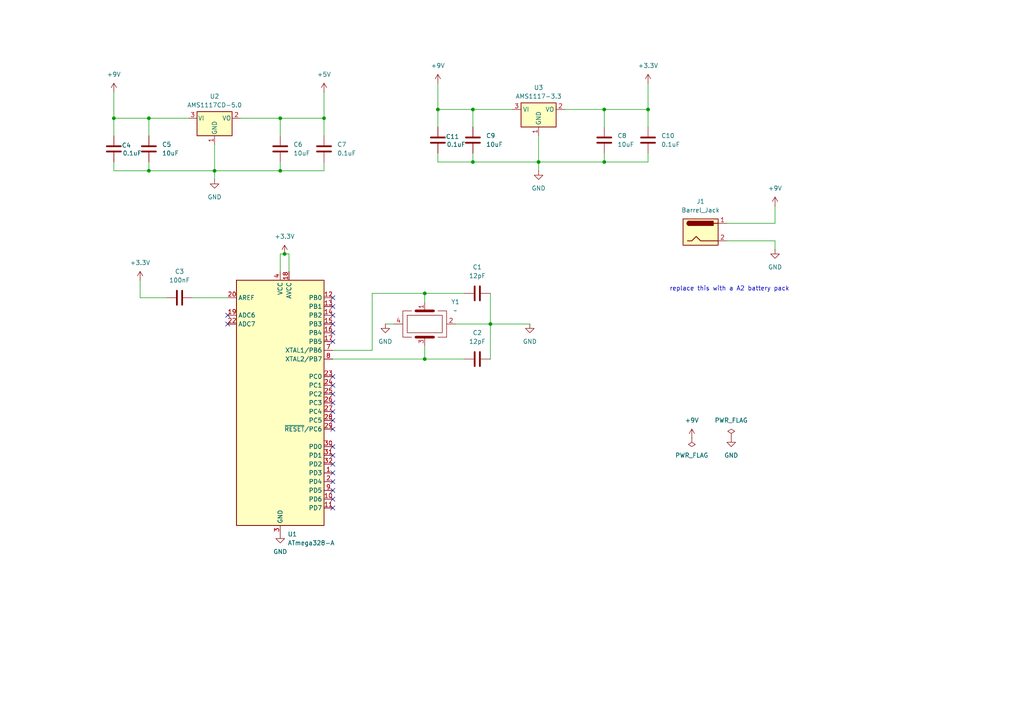
<source format=kicad_sch>
(kicad_sch (version 20250114) (generator "eeschema") (generator_version "9.0")
  (paper "A4")
  (lib_symbols
    (symbol "Connector:Barrel_Jack" (pin_names (offset 1.016))
      (property "Reference" "J" (at 0 5.334 0))
      (property "Value" "Barrel_Jack" (at 0 -5.08 0))
      (symbol "Barrel_Jack_0_1"
        (rectangle (start -5.08 3.81) (end 5.08 -3.81) (stroke (width 0.254)) (fill (type background)))
        (polyline (pts (xy -3.81 -2.54) (xy -2.54 -2.54) (xy -1.27 -1.27) (xy 0 -2.54) (xy 2.54 -2.54) (xy 5.08 -2.54)) (stroke (width 0.254)))
        (arc (start -3.302 1.905) (mid -3.9343 2.54) (end -3.302 3.175) (stroke (width 0.254)))
        (arc (start -3.302 1.905) (mid -3.9343 2.54) (end -3.302 3.175) (stroke (width 0.254)) (fill (type outline)))
        (rectangle (start 3.683 3.175) (end -3.302 1.905) (stroke (width 0.254)) (fill (type outline)))
        (polyline (pts (xy 5.08 2.54) (xy 3.81 2.54)) (stroke (width 0.254)))
      )
      (symbol "Barrel_Jack_1_1"
        (pin passive line (at 7.62 2.54 180) (length 2.54) (name "~") (number "1"))
        (pin passive line (at 7.62 -2.54 180) (length 2.54) (name "~") (number "2"))
      )
    )
    (symbol "Device:C" (pin_numbers (hide yes)) (pin_names (offset 0.254))
      (property "Reference" "C" (at 0.635 2.54 0))
      (property "Value" "C" (at 0.635 -2.54 0))
      (symbol "C_0_1"
        (polyline (pts (xy -2.032 0.762) (xy 2.032 0.762)) (stroke (width 0.508)))
        (polyline (pts (xy -2.032 -0.762) (xy 2.032 -0.762)) (stroke (width 0.508)))
      )
      (symbol "C_1_1"
        (pin passive line (at 0 3.81 270) (length 2.794) (name "~") (number "1"))
        (pin passive line (at 0 -3.81 90) (length 2.794) (name "~") (number "2"))
      )
    )
    (symbol "MCU_Microchip_ATmega:ATmega328-A"
      (property "Reference" "U" (at -12.7 36.83 0))
      (property "Value" "ATmega328-A" (at 2.54 -36.83 0))
      (symbol "ATmega328-A_0_1"
        (rectangle (start -12.7 -35.56) (end 12.7 35.56) (stroke (width 0.254)) (fill (type background)))
      )
      (symbol "ATmega328-A_1_1"
        (pin passive line (at -15.24 30.48 0) (length 2.54) (name "AREF") (number "20"))
        (pin input line (at -15.24 25.4 0) (length 2.54) (name "ADC6") (number "19"))
        (pin input line (at -15.24 22.86 0) (length 2.54) (name "ADC7") (number "22"))
        (pin power_in line (at 0 38.1 270) (length 2.54) (name "VCC") (number "4"))
        (pin passive line (at 0 38.1 270) (length 2.54) (hide yes) (name "VCC") (number "6"))
        (pin passive line (at 0 -38.1 90) (length 2.54) (hide yes) (name "GND") (number "21"))
        (pin power_in line (at 0 -38.1 90) (length 2.54) (name "GND") (number "3"))
        (pin passive line (at 0 -38.1 90) (length 2.54) (hide yes) (name "GND") (number "5"))
        (pin power_in line (at 2.54 38.1 270) (length 2.54) (name "AVCC") (number "18"))
        (pin bidirectional line (at 15.24 30.48 180) (length 2.54) (name "PB0") (number "12"))
        (pin bidirectional line (at 15.24 27.94 180) (length 2.54) (name "PB1") (number "13"))
        (pin bidirectional line (at 15.24 25.4 180) (length 2.54) (name "PB2") (number "14"))
        (pin bidirectional line (at 15.24 22.86 180) (length 2.54) (name "PB3") (number "15"))
        (pin bidirectional line (at 15.24 20.32 180) (length 2.54) (name "PB4") (number "16"))
        (pin bidirectional line (at 15.24 17.78 180) (length 2.54) (name "PB5") (number "17"))
        (pin bidirectional line (at 15.24 15.24 180) (length 2.54) (name "XTAL1/PB6") (number "7"))
        (pin bidirectional line (at 15.24 12.7 180) (length 2.54) (name "XTAL2/PB7") (number "8"))
        (pin bidirectional line (at 15.24 7.62 180) (length 2.54) (name "PC0") (number "23"))
        (pin bidirectional line (at 15.24 5.08 180) (length 2.54) (name "PC1") (number "24"))
        (pin bidirectional line (at 15.24 2.54 180) (length 2.54) (name "PC2") (number "25"))
        (pin bidirectional line (at 15.24 0 180) (length 2.54) (name "PC3") (number "26"))
        (pin bidirectional line (at 15.24 -2.54 180) (length 2.54) (name "PC4") (number "27"))
        (pin bidirectional line (at 15.24 -5.08 180) (length 2.54) (name "PC5") (number "28"))
        (pin bidirectional line (at 15.24 -7.62 180) (length 2.54) (name "~{RESET}/PC6") (number "29"))
        (pin bidirectional line (at 15.24 -12.7 180) (length 2.54) (name "PD0") (number "30"))
        (pin bidirectional line (at 15.24 -15.24 180) (length 2.54) (name "PD1") (number "31"))
        (pin bidirectional line (at 15.24 -17.78 180) (length 2.54) (name "PD2") (number "32"))
        (pin bidirectional line (at 15.24 -20.32 180) (length 2.54) (name "PD3") (number "1"))
        (pin bidirectional line (at 15.24 -22.86 180) (length 2.54) (name "PD4") (number "2"))
        (pin bidirectional line (at 15.24 -25.4 180) (length 2.54) (name "PD5") (number "9"))
        (pin bidirectional line (at 15.24 -27.94 180) (length 2.54) (name "PD6") (number "10"))
        (pin bidirectional line (at 15.24 -30.48 180) (length 2.54) (name "PD7") (number "11"))
      )
    )
    (symbol "Regulator_Linear:AMS1117-3.3"
      (property "Reference" "U" (at -3.81 3.175 0))
      (property "Value" "AMS1117-3.3" (at 0 3.175 0))
      (symbol "AMS1117-3.3_0_1"
        (rectangle (start -5.08 -5.08) (end 5.08 1.905) (stroke (width 0.254)) (fill (type background)))
      )
      (symbol "AMS1117-3.3_1_1"
        (pin power_in line (at -7.62 0 0) (length 2.54) (name "VI") (number "3"))
        (pin power_in line (at 0 -7.62 90) (length 2.54) (name "GND") (number "1"))
        (pin power_out line (at 7.62 0 180) (length 2.54) (name "VO") (number "2"))
      )
    )
    (symbol "Regulator_Linear:AMS1117CD-5.0" (pin_names (offset 0.254))
      (property "Reference" "U" (at -3.81 3.175 0))
      (property "Value" "AMS1117CD-5.0" (at 0 3.175 0))
      (symbol "AMS1117CD-5.0_0_1"
        (rectangle (start -5.08 -5.08) (end 5.08 1.905) (stroke (width 0.254)) (fill (type background)))
      )
      (symbol "AMS1117CD-5.0_1_1"
        (pin power_in line (at -7.62 0 0) (length 2.54) (name "VI") (number "3"))
        (pin power_in line (at 0 -7.62 90) (length 2.54) (name "GND") (number "1"))
        (pin power_out line (at 7.62 0 180) (length 2.54) (name "VO") (number "2"))
      )
    )
    (symbol "air_sens_lib:4pin_quartz"
      (property "Reference" "Y" (at 0 0 0))
      (symbol "4pin_quartz_0_1"
        (rectangle (start -5.08 2.54) (end 5.08 -2.54))
        (polyline (pts (xy -3.81 3.81) (xy -6.35 3.81) (xy -6.35 -3.81) (xy -3.81 -3.81)))
        (polyline (pts (xy -2.54 3.81) (xy 2.54 3.81)) (stroke (width 0.762)))
        (polyline (pts (xy -2.54 -3.81) (xy 2.54 -3.81)) (stroke (width 0.762)))
        (polyline (pts (xy 3.81 3.81) (xy 6.35 3.81) (xy 6.35 -3.81)))
        (polyline (pts (xy 6.35 -3.81) (xy 3.81 -3.81)))
      )
      (symbol "4pin_quartz_1_1"
        (pin power_in line (at -8.89 0 0) (length 2.54) (name "") (number "4"))
        (pin passive line (at 0 6.35 270) (length 2.54) (name "") (number "1"))
        (pin passive line (at 0 -6.35 90) (length 2.54) (name "") (number "3"))
        (pin power_in line (at 8.89 0 180) (length 2.54) (name "") (number "2"))
      )
    )
    (symbol "power:+3.3V" (power) (pin_numbers (hide yes)) (pin_names (offset 0) (hide yes))
      (property "Value" "+3.3V" (at 0 3.556 0))
      (symbol "+3.3V_0_1"
        (polyline (pts (xy -0.762 1.27) (xy 0 2.54)))
        (polyline (pts (xy 0 2.54) (xy 0.762 1.27)))
        (polyline (pts (xy 0 0) (xy 0 2.54)))
      )
      (symbol "+3.3V_1_1"
        (pin power_in line (at 0 0 90) (length 0) (name "~") (number "1"))
      )
    )
    (symbol "power:+5V" (power) (pin_numbers (hide yes)) (pin_names (offset 0) (hide yes))
      (property "Value" "+5V" (at 0 3.556 0))
      (symbol "+5V_0_1"
        (polyline (pts (xy -0.762 1.27) (xy 0 2.54)))
        (polyline (pts (xy 0 2.54) (xy 0.762 1.27)))
        (polyline (pts (xy 0 0) (xy 0 2.54)))
      )
      (symbol "+5V_1_1"
        (pin power_in line (at 0 0 90) (length 0) (name "~") (number "1"))
      )
    )
    (symbol "power:+9V" (power) (pin_numbers (hide yes)) (pin_names (offset 0) (hide yes))
      (property "Value" "+9V" (at 0 3.556 0))
      (symbol "+9V_0_1"
        (polyline (pts (xy -0.762 1.27) (xy 0 2.54)))
        (polyline (pts (xy 0 2.54) (xy 0.762 1.27)))
        (polyline (pts (xy 0 0) (xy 0 2.54)))
      )
      (symbol "+9V_1_1"
        (pin power_in line (at 0 0 90) (length 0) (name "~") (number "1"))
      )
    )
    (symbol "power:GND" (power) (pin_numbers (hide yes)) (pin_names (offset 0) (hide yes))
      (property "Value" "GND" (at 0 -3.81 0))
      (symbol "GND_0_1"
        (polyline (pts (xy 0 0) (xy 0 -1.27) (xy 1.27 -1.27) (xy 0 -2.54) (xy -1.27 -1.27) (xy 0 -1.27)))
      )
      (symbol "GND_1_1"
        (pin power_in line (at 0 0 270) (length 0) (name "~") (number "1"))
      )
    )
    (symbol "power:PWR_FLAG" (power) (pin_numbers (hide yes)) (pin_names (offset 0) (hide yes))
      (property "Value" "PWR_FLAG" (at 0 3.81 0))
      (symbol "PWR_FLAG_0_0"
        (pin power_out line (at 0 0 90) (length 0) (name "~") (number "1"))
      )
      (symbol "PWR_FLAG_0_1"
        (polyline (pts (xy 0 0) (xy 0 1.27) (xy -1.016 1.905) (xy 0 2.54) (xy 1.016 1.905) (xy 0 1.27)))
      )
    )
  )
  (text "replace this with a A2 battery pack" (at 211.582 83.82 0) (effects (font (size 1.27 1.27))))
  (junction (at 93.98 34.29))
  (junction (at 123.19 104.14))
  (junction (at 81.28 49.53))
  (junction (at 127 31.75))
  (junction (at 137.16 46.99))
  (junction (at 156.21 46.99))
  (junction (at 81.28 34.29))
  (junction (at 175.26 31.75))
  (junction (at 175.26 46.99))
  (junction (at 43.18 49.53))
  (junction (at 137.16 31.75))
  (junction (at 33.02 34.29))
  (junction (at 43.18 34.29))
  (junction (at 187.96 31.75))
  (junction (at 123.19 85.09))
  (junction (at 62.23 49.53))
  (junction (at 142.24 93.98))
  (junction (at 82.55 73.66))
  (no_connect (at 96.52 119.38))
  (no_connect (at 96.52 93.98))
  (no_connect (at 96.52 147.32))
  (no_connect (at 96.52 86.36))
  (no_connect (at 96.52 144.78))
  (no_connect (at 96.52 99.06))
  (no_connect (at 96.52 129.54))
  (no_connect (at 96.52 96.52))
  (no_connect (at 96.52 139.7))
  (no_connect (at 96.52 91.44))
  (no_connect (at 96.52 114.3))
  (no_connect (at 96.52 132.08))
  (no_connect (at 66.04 93.98))
  (no_connect (at 96.52 137.16))
  (no_connect (at 96.52 124.46))
  (no_connect (at 96.52 116.84))
  (no_connect (at 96.52 121.92))
  (no_connect (at 96.52 142.24))
  (no_connect (at 96.52 111.76))
  (no_connect (at 96.52 109.22))
  (no_connect (at 96.52 88.9))
  (no_connect (at 66.04 91.44))
  (no_connect (at 96.52 134.62))
  (wire (pts (xy 142.24 85.09) (xy 142.24 93.98)))
  (wire (pts (xy 83.82 73.66) (xy 82.55 73.66)))
  (wire (pts (xy 187.96 31.75) (xy 187.96 36.83)))
  (wire (pts (xy 142.24 93.98) (xy 142.24 104.14)))
  (wire (pts (xy 175.26 46.99) (xy 156.21 46.99)))
  (wire (pts (xy 156.21 39.37) (xy 156.21 46.99)))
  (wire (pts (xy 187.96 31.75) (xy 187.96 24.13)))
  (wire (pts (xy 43.18 34.29) (xy 43.18 39.37)))
  (wire (pts (xy 33.02 46.99) (xy 33.02 49.53)))
  (wire (pts (xy 43.18 49.53) (xy 62.23 49.53)))
  (wire (pts (xy 187.96 44.45) (xy 187.96 46.99)))
  (wire (pts (xy 81.28 34.29) (xy 81.28 39.37)))
  (wire (pts (xy 132.08 93.98) (xy 142.24 93.98)))
  (wire (pts (xy 156.21 46.99) (xy 156.21 49.53)))
  (wire (pts (xy 69.85 34.29) (xy 81.28 34.29)))
  (wire (pts (xy 137.16 31.75) (xy 137.16 36.83)))
  (wire (pts (xy 48.26 86.36) (xy 40.64 86.36)))
  (wire (pts (xy 93.98 34.29) (xy 93.98 26.67)))
  (wire (pts (xy 163.83 31.75) (xy 175.26 31.75)))
  (wire (pts (xy 33.02 49.53) (xy 43.18 49.53)))
  (wire (pts (xy 83.82 78.74) (xy 83.82 73.66)))
  (wire (pts (xy 127 31.75) (xy 137.16 31.75)))
  (wire (pts (xy 81.28 49.53) (xy 62.23 49.53)))
  (wire (pts (xy 93.98 34.29) (xy 93.98 39.37)))
  (wire (pts (xy 210.82 69.85) (xy 224.79 69.85)))
  (wire (pts (xy 175.26 31.75) (xy 187.96 31.75)))
  (wire (pts (xy 142.24 93.98) (xy 153.67 93.98)))
  (wire (pts (xy 123.19 85.09) (xy 107.95 85.09)))
  (wire (pts (xy 55.88 86.36) (xy 66.04 86.36)))
  (wire (pts (xy 111.76 93.98) (xy 114.3 93.98)))
  (wire (pts (xy 224.79 69.85) (xy 224.79 72.39)))
  (wire (pts (xy 123.19 85.09) (xy 134.62 85.09)))
  (wire (pts (xy 43.18 34.29) (xy 54.61 34.29)))
  (wire (pts (xy 127 46.99) (xy 137.16 46.99)))
  (wire (pts (xy 137.16 46.99) (xy 156.21 46.99)))
  (wire (pts (xy 187.96 46.99) (xy 175.26 46.99)))
  (wire (pts (xy 81.28 46.99) (xy 81.28 49.53)))
  (wire (pts (xy 127 31.75) (xy 127 36.83)))
  (wire (pts (xy 224.79 64.77) (xy 224.79 59.69)))
  (wire (pts (xy 127 24.13) (xy 127 31.75)))
  (wire (pts (xy 81.28 78.74) (xy 81.28 73.66)))
  (wire (pts (xy 123.19 85.09) (xy 123.19 87.63)))
  (wire (pts (xy 210.82 64.77) (xy 224.79 64.77)))
  (wire (pts (xy 107.95 101.6) (xy 96.52 101.6)))
  (wire (pts (xy 134.62 104.14) (xy 123.19 104.14)))
  (wire (pts (xy 33.02 34.29) (xy 33.02 39.37)))
  (wire (pts (xy 175.26 31.75) (xy 175.26 36.83)))
  (wire (pts (xy 81.28 73.66) (xy 82.55 73.66)))
  (wire (pts (xy 137.16 44.45) (xy 137.16 46.99)))
  (wire (pts (xy 96.52 104.14) (xy 123.19 104.14)))
  (wire (pts (xy 81.28 34.29) (xy 93.98 34.29)))
  (wire (pts (xy 33.02 26.67) (xy 33.02 34.29)))
  (wire (pts (xy 62.23 49.53) (xy 62.23 52.07)))
  (wire (pts (xy 33.02 34.29) (xy 43.18 34.29)))
  (wire (pts (xy 123.19 100.33) (xy 123.19 104.14)))
  (wire (pts (xy 93.98 49.53) (xy 81.28 49.53)))
  (wire (pts (xy 43.18 46.99) (xy 43.18 49.53)))
  (wire (pts (xy 175.26 44.45) (xy 175.26 46.99)))
  (wire (pts (xy 93.98 46.99) (xy 93.98 49.53)))
  (wire (pts (xy 107.95 85.09) (xy 107.95 101.6)))
  (wire (pts (xy 127 44.45) (xy 127 46.99)))
  (wire (pts (xy 40.64 86.36) (xy 40.64 81.28)))
  (wire (pts (xy 137.16 31.75) (xy 148.59 31.75)))
  (wire (pts (xy 62.23 41.91) (xy 62.23 49.53)))
  (symbol (lib_id "Device:C") (at 33.02 43.18 0) (unit 1)
    (property "Reference" "C4" (at 35.306 42.164 0) (effects (justify left)))
    (property "Value" "0.1uF" (at 35.56 44.45 0) (effects (justify left)))
    (property "Description" "Unpolarized capacitor" (effects (hide yes)))
  )
  (symbol (lib_id "power:GND") (at 62.23 52.07 0) (unit 1)
    (property "Reference" "#PWR011" (effects (hide yes)))
    (property "Value" "GND" (at 62.23 57.15 0))
    (property "Description" "Power symbol creates a global label with name \"GND\" , ground" (effects (hide yes)))
  )
  (symbol (lib_id "power:+9V") (at 127 24.13 0) (unit 1)
    (property "Reference" "#PWR010" (effects (hide yes)))
    (property "Value" "+9V" (at 127 19.05 0))
    (property "Description" "Power symbol creates a global label with name \"+9V\"" (effects (hide yes)))
  )
  (symbol (lib_id "power:+9V") (at 33.02 26.67 0) (unit 1)
    (property "Reference" "#PWR08" (effects (hide yes)))
    (property "Value" "+9V" (at 33.02 21.59 0))
    (property "Description" "Power symbol creates a global label with name \"+9V\"" (effects (hide yes)))
  )
  (symbol (lib_id "power:+9V") (at 224.79 59.69 0) (unit 1)
    (property "Reference" "#PWR01" (effects (hide yes)))
    (property "Value" "+9V" (at 224.79 54.61 0))
    (property "Description" "Power symbol creates a global label with name \"+9V\"" (effects (hide yes)))
  )
  (symbol (lib_id "Connector:Barrel_Jack") (at 203.2 67.31 0) (unit 1)
    (property "Reference" "J1" (at 203.2 58.42 0))
    (property "Value" "Barrel_Jack" (at 203.2 60.96 0))
    (property "Description" "DC Barrel Jack" (effects (hide yes)))
  )
  (symbol (lib_id "power:GND") (at 156.21 49.53 0) (unit 1)
    (property "Reference" "#PWR012" (effects (hide yes)))
    (property "Value" "GND" (at 156.21 54.61 0))
    (property "Description" "Power symbol creates a global label with name \"GND\" , ground" (effects (hide yes)))
  )
  (symbol (lib_id "Device:C") (at 138.43 104.14 270) (unit 1)
    (property "Reference" "C2" (at 138.43 96.52 90))
    (property "Value" "12pF" (at 138.43 99.06 90))
    (property "Description" "Unpolarized capacitor" (effects (hide yes)))
  )
  (symbol (lib_id "Device:C") (at 93.98 43.18 0) (unit 1)
    (property "Reference" "C7" (at 97.79 41.9099 0) (effects (justify left)))
    (property "Value" "0.1uF" (at 97.79 44.4499 0) (effects (justify left)))
    (property "Description" "Unpolarized capacitor" (effects (hide yes)))
  )
  (symbol (lib_id "MCU_Microchip_ATmega:ATmega328-A") (at 81.28 116.84 0) (unit 1)
    (property "Reference" "U1" (at 83.4233 154.94 0) (effects (justify left)))
    (property "Value" "ATmega328-A" (at 83.4233 157.48 0) (effects (justify left)))
    (property "Footprint" "Package_QFP:TQFP-32_7x7mm_P0.8mm" (effects (hide yes)))
    (property "Datasheet" "http://ww1.microchip.com/downloads/en/DeviceDoc/ATmega328_P%20AVR%20MCU%20with%20picoPower%20Technology%20Data%20Sheet%2040001984A.pdf" (effects (hide yes)))
    (property "Description" "20MHz, 32kB Flash, 2kB SRAM, 1kB EEPROM, TQFP-32" (effects (hide yes)))
  )
  (symbol (lib_id "power:+3.3V") (at 40.64 81.28 0) (unit 1)
    (property "Reference" "#PWR017" (effects (hide yes)))
    (property "Value" "+3.3V" (at 40.64 76.2 0))
    (property "Description" "Power symbol creates a global label with name \"+3.3V\"" (effects (hide yes)))
  )
  (symbol (lib_id "power:GND") (at 212.09 127 0) (unit 1)
    (property "Reference" "#PWR07" (effects (hide yes)))
    (property "Value" "GND" (at 212.09 132.08 0))
    (property "Description" "Power symbol creates a global label with name \"GND\" , ground" (effects (hide yes)))
  )
  (symbol (lib_id "Device:C") (at 175.26 40.64 0) (unit 1)
    (property "Reference" "C8" (at 179.07 39.3699 0) (effects (justify left)))
    (property "Value" "10uF" (at 179.07 41.9099 0) (effects (justify left)))
    (property "Description" "Unpolarized capacitor" (effects (hide yes)))
  )
  (symbol (lib_id "power:GND") (at 111.76 93.98 0) (unit 1)
    (property "Reference" "#PWR05" (effects (hide yes)))
    (property "Value" "GND" (at 111.76 99.06 0))
    (property "Description" "Power symbol creates a global label with name \"GND\" , ground" (effects (hide yes)))
  )
  (symbol (lib_id "Device:C") (at 43.18 43.18 0) (unit 1)
    (property "Reference" "C5" (at 46.99 41.9099 0) (effects (justify left)))
    (property "Value" "10uF" (at 46.99 44.4499 0) (effects (justify left)))
    (property "Description" "Unpolarized capacitor" (effects (hide yes)))
  )
  (symbol (lib_id "Regulator_Linear:AMS1117-3.3") (at 156.21 31.75 0) (unit 1)
    (property "Reference" "U3" (at 156.21 25.4 0))
    (property "Value" "AMS1117-3.3" (at 156.21 27.94 0))
    (property "Footprint" "Package_TO_SOT_SMD:SOT-223-3_TabPin2" (effects (hide yes)))
    (property "Datasheet" "http://www.advanced-monolithic.com/pdf/ds1117.pdf" (effects (hide yes)))
    (property "Description" "1A Low Dropout regulator, positive, 3.3V fixed output, SOT-223" (effects (hide yes)))
  )
  (symbol (lib_id "power:+5V") (at 93.98 26.67 0) (unit 1)
    (property "Reference" "#PWR013" (effects (hide yes)))
    (property "Value" "+5V" (at 93.98 21.59 0))
    (property "Description" "Power symbol creates a global label with name \"+5V\"" (effects (hide yes)))
  )
  (symbol (lib_id "power:GND") (at 81.28 154.94 0) (unit 1)
    (property "Reference" "#PWR04" (effects (hide yes)))
    (property "Value" "GND" (at 81.28 160.02 0))
    (property "Description" "Power symbol creates a global label with name \"GND\" , ground" (effects (hide yes)))
  )
  (symbol (lib_id "air_sens_lib:4pin_quartz") (at 123.19 93.98 0) (unit 1)
    (property "Reference" "Y1" (at 132.08 87.5598 0))
    (property "Value" "~" (at 132.08 90.0998 0))
    (property "Footprint" "air_sens_foots:crys_osc_smd3225_4" (effects (hide yes)))
  )
  (symbol (lib_id "power:GND") (at 153.67 93.98 0) (unit 1)
    (property "Reference" "#PWR06" (effects (hide yes)))
    (property "Value" "GND" (at 153.67 99.06 0))
    (property "Description" "Power symbol creates a global label with name \"GND\" , ground" (effects (hide yes)))
  )
  (symbol (lib_id "Device:C") (at 127 40.64 0) (unit 1)
    (property "Reference" "C11" (at 129.286 39.624 0) (effects (justify left)))
    (property "Value" "0.1uF" (at 129.54 41.91 0) (effects (justify left)))
    (property "Description" "Unpolarized capacitor" (effects (hide yes)))
  )
  (symbol (lib_id "Device:C") (at 52.07 86.36 270) (unit 1)
    (property "Reference" "C3" (at 52.07 78.74 90))
    (property "Value" "100nF" (at 52.07 81.28 90))
    (property "Description" "Unpolarized capacitor" (effects (hide yes)))
  )
  (symbol (lib_id "Regulator_Linear:AMS1117CD-5.0") (at 62.23 34.29 0) (unit 1)
    (property "Reference" "U2" (at 62.23 27.94 0))
    (property "Value" "AMS1117CD-5.0" (at 62.23 30.48 0))
    (property "Footprint" "Package_TO_SOT_SMD:TO-252-3_TabPin2" (effects (hide yes)))
    (property "Datasheet" "http://www.advanced-monolithic.com/pdf/ds1117.pdf" (effects (hide yes)))
    (property "Description" "1A Low Dropout regulator, positive, 5.0V fixed output, TO-252" (effects (hide yes)))
  )
  (symbol (lib_id "Device:C") (at 187.96 40.64 0) (unit 1)
    (property "Reference" "C10" (at 191.77 39.3699 0) (effects (justify left)))
    (property "Value" "0.1uF" (at 191.77 41.9099 0) (effects (justify left)))
    (property "Description" "Unpolarized capacitor" (effects (hide yes)))
  )
  (symbol (lib_id "Device:C") (at 81.28 43.18 0) (unit 1)
    (property "Reference" "C6" (at 85.09 41.9099 0) (effects (justify left)))
    (property "Value" "10uF" (at 85.09 44.4499 0) (effects (justify left)))
    (property "Description" "Unpolarized capacitor" (effects (hide yes)))
  )
  (symbol (lib_id "Device:C") (at 137.16 40.64 0) (unit 1)
    (property "Reference" "C9" (at 140.97 39.3699 0) (effects (justify left)))
    (property "Value" "10uF" (at 140.97 41.9099 0) (effects (justify left)))
    (property "Description" "Unpolarized capacitor" (effects (hide yes)))
  )
  (symbol (lib_id "power:+3.3V") (at 187.96 24.13 0) (unit 1)
    (property "Reference" "#PWR02" (effects (hide yes)))
    (property "Value" "+3.3V" (at 187.96 19.05 0))
    (property "Description" "Power symbol creates a global label with name \"+3.3V\"" (effects (hide yes)))
  )
  (symbol (lib_id "power:+3.3V") (at 82.55 73.66 0) (unit 1)
    (property "Reference" "#PWR016" (effects (hide yes)))
    (property "Value" "+3.3V" (at 82.55 68.58 0))
    (property "Description" "Power symbol creates a global label with name \"+3.3V\"" (effects (hide yes)))
  )
  (symbol (lib_id "power:+9V") (at 200.66 127 0) (unit 1)
    (property "Reference" "#PWR03" (effects (hide yes)))
    (property "Value" "+9V" (at 200.66 121.92 0))
    (property "Description" "Power symbol creates a global label with name \"+9V\"" (effects (hide yes)))
  )
  (symbol (lib_id "power:PWR_FLAG") (at 212.09 127 0) (unit 1)
    (property "Reference" "#FLG01" (effects (hide yes)))
    (property "Value" "PWR_FLAG" (at 212.09 121.92 0))
    (property "Description" "Special symbol for telling ERC where power comes from" (effects (hide yes)))
  )
  (symbol (lib_id "power:PWR_FLAG") (at 200.66 127 0) (mirror x) (unit 1)
    (property "Reference" "#FLG02" (effects (hide yes)))
    (property "Value" "PWR_FLAG" (at 200.66 132.08 0))
    (property "Description" "Special symbol for telling ERC where power comes from" (effects (hide yes)))
  )
  (symbol (lib_id "Device:C") (at 138.43 85.09 270) (unit 1)
    (property "Reference" "C1" (at 138.43 77.47 90))
    (property "Value" "12pF" (at 138.43 80.01 90))
    (property "Description" "Unpolarized capacitor" (effects (hide yes)))
  )
  (symbol (lib_id "power:GND") (at 224.79 72.39 0) (unit 1)
    (property "Reference" "#PWR09" (effects (hide yes)))
    (property "Value" "GND" (at 224.79 77.47 0))
    (property "Description" "Power symbol creates a global label with name \"GND\" , ground" (effects (hide yes)))
  )
  (sheet (at 420.37 -1.27) (size 96.52 54.61) (stroke (width 0.1524))
    (property "Sheetname" "geiger" (at 420.37 -1.9816 0) (effects (justify left bottom)))
    (property "Sheetfile" "geiger_module.kicad_sch" (at 420.37 53.9246 0) (effects (justify left top)))
  )
  (sheet (at 316.23 135.89) (size 87.63 68.58) (stroke (width 0.1524))
    (property "Sheetname" "Gas Module" (at 316.23 135.1784 0) (effects (justify left bottom)))
    (property "Sheetfile" "mics6814.kicad_sch" (at 316.23 205.0546 0) (effects (justify left top)))
  )
  (sheet (at 316.23 62.23) (size 82.55 58.42) (stroke (width 0.1524))
    (property "Sheetname" "Climate Module" (at 316.23 61.5184 0) (effects (justify left bottom)))
    (property "Sheetfile" "SCD40.kicad_sch" (at 316.23 121.2346 0) (effects (justify left top)))
  )
  (sheet (at 316.23 -1.27) (size 85.09 53.34) (stroke (width 0.1524))
    (property "Sheetname" "sd_card" (at 316.23 -1.9816 0) (effects (justify left bottom)))
    (property "Sheetfile" "untitled.kicad_sch" (at 316.23 52.6546 0) (effects (justify left top)))
  )
)
</source>
